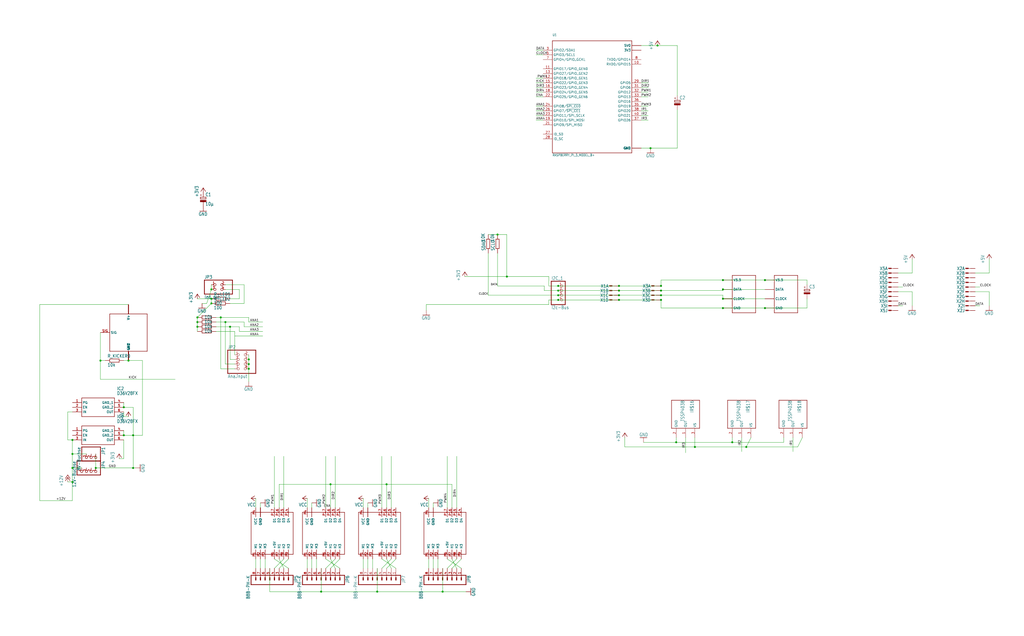
<source format=kicad_sch>
(kicad_sch (version 20230121) (generator eeschema)
  (paper "User" 556.768 346.227)
  (junction (at 67.31 236.855))
  (junction (at 107.315 177.8))
  (junction (at 353.695 80.645))
  (junction (at 205.105 321.945))
  (junction (at 367.665 240.665))
  (junction (at 377.825 243.205))
  (junction (at 72.39 254.635))
  (junction (at 359.41 158.115))
  (junction (at 39.37 254.635))
  (junction (at 114.935 165.1))
  (junction (at 275.59 150.495))
  (junction (at 405.765 243.205))
  (junction (at 393.065 167.64))
  (junction (at 52.07 254.635))
  (junction (at 415.925 167.64))
  (junction (at 336.55 158.115))
  (junction (at 398.145 240.665))
  (junction (at 120.015 172.72))
  (junction (at 359.41 163.195))
  (junction (at 210.185 263.525))
  (junction (at 415.925 152.4))
  (junction (at 336.55 155.575))
  (junction (at 393.065 157.48))
  (junction (at 393.065 162.56))
  (junction (at 336.55 160.655))
  (junction (at 69.85 196.215))
  (junction (at 393.065 152.4))
  (junction (at 39.37 239.395))
  (junction (at 39.37 247.015))
  (junction (at 107.315 175.26))
  (junction (at 359.41 160.655))
  (junction (at 114.935 157.48))
  (junction (at 67.31 221.615))
  (junction (at 135.255 200.66))
  (junction (at 240.665 321.945))
  (junction (at 270.51 127.635))
  (junction (at 135.255 198.12))
  (junction (at 125.095 177.8))
  (junction (at 72.39 236.855))
  (junction (at 114.935 162.56))
  (junction (at 122.555 175.26))
  (junction (at 357.505 24.765))
  (junction (at 135.255 195.58))
  (junction (at 303.53 155.575))
  (junction (at 336.55 163.195))
  (junction (at 303.53 163.195))
  (junction (at 54.61 196.215))
  (junction (at 303.53 160.655))
  (junction (at 107.315 172.72))
  (junction (at 303.53 158.115))
  (junction (at 174.625 321.945))
  (junction (at 359.41 155.575))
  (junction (at 179.705 263.525))
  (junction (at 39.37 262.255))
  (wire (pts (xy 46.99 247.015) (xy 39.37 247.015)) (stroke (width 0.1524)))
  (wire (pts (xy 357.505 24.765) (xy 368.3 24.765)) (stroke (width 0.1524)))
  (wire (pts (xy 367.665 238.125) (xy 367.665 240.665)) (stroke (width 0.1524)))
  (wire (pts (xy 377.825 243.205) (xy 405.765 243.205)) (stroke (width 0.1524)))
  (wire (pts (xy 141.605 276.225) (xy 141.605 273.685)) (stroke (width 0.1524)))
  (wire (pts (xy 64.77 249.555) (xy 67.31 249.555)) (stroke (width 0.1524)))
  (wire (pts (xy 36.83 239.395) (xy 36.83 224.155)) (stroke (width 0.1524)))
  (wire (pts (xy 295.91 158.115) (xy 303.53 158.115)) (stroke (width 0.1524)))
  (wire (pts (xy 348.615 52.705) (xy 352.425 52.705)) (stroke (width 0.1524)))
  (wire (pts (xy 377.825 243.205) (xy 377.825 238.125)) (stroke (width 0.1524)))
  (wire (pts (xy 243.205 304.165) (xy 250.825 309.245)) (stroke (width 0.1524)))
  (wire (pts (xy 67.31 234.315) (xy 67.31 236.855)) (stroke (width 0.1524)))
  (wire (pts (xy 72.39 254.635) (xy 72.39 236.855)) (stroke (width 0.1524)))
  (wire (pts (xy 252.73 150.495) (xy 275.59 150.495)) (stroke (width 0.1524)))
  (wire (pts (xy 122.555 198.12) (xy 122.555 175.26)) (stroke (width 0.1524)))
  (wire (pts (xy 54.61 206.375) (xy 95.25 206.375)) (stroke (width 0.1524)))
  (wire (pts (xy 67.31 196.215) (xy 69.85 196.215)) (stroke (width 0.1524)))
  (wire (pts (xy 438.785 167.64) (xy 438.785 162.56)) (stroke (width 0.1524)))
  (wire (pts (xy 67.31 236.855) (xy 72.39 236.855)) (stroke (width 0.1524)))
  (wire (pts (xy 359.41 160.655) (xy 393.065 160.655)) (stroke (width 0.1524)))
  (wire (pts (xy 348.615 50.165) (xy 352.425 50.165)) (stroke (width 0.1524)))
  (wire (pts (xy 295.275 65.405) (xy 291.465 65.405)) (stroke (width 0.1524)))
  (wire (pts (xy 135.255 200.66) (xy 135.255 207.645)) (stroke (width 0.1524)))
  (wire (pts (xy 114.935 162.56) (xy 114.935 165.1)) (stroke (width 0.1524)))
  (wire (pts (xy 231.775 165.735) (xy 231.775 168.91)) (stroke (width 0.1524)))
  (wire (pts (xy 359.41 167.64) (xy 393.065 167.64)) (stroke (width 0.1524)))
  (wire (pts (xy 127.635 180.34) (xy 127.635 193.04)) (stroke (width 0.1524)))
  (wire (pts (xy 132.715 165.1) (xy 125.095 165.1)) (stroke (width 0.1524)))
  (wire (pts (xy 174.625 321.945) (xy 146.685 321.945)) (stroke (width 0.1524)))
  (wire (pts (xy 295.275 52.705) (xy 291.465 52.705)) (stroke (width 0.1524)))
  (wire (pts (xy 298.45 165.735) (xy 298.45 163.195)) (stroke (width 0.1524)))
  (wire (pts (xy 405.765 243.205) (xy 433.705 243.205)) (stroke (width 0.1524)))
  (wire (pts (xy 359.41 163.195) (xy 359.41 167.64)) (stroke (width 0.1524)))
  (wire (pts (xy 405.765 243.205) (xy 408.305 238.125)) (stroke (width 0.1524)))
  (wire (pts (xy 438.785 152.4) (xy 438.785 154.94)) (stroke (width 0.1524)))
  (wire (pts (xy 182.245 276.225) (xy 182.245 248.285)) (stroke (width 0.1524)))
  (wire (pts (xy 393.065 160.655) (xy 393.065 162.56)) (stroke (width 0.1524)))
  (wire (pts (xy 248.285 309.245) (xy 245.745 304.165)) (stroke (width 0.1524)))
  (wire (pts (xy 69.85 226.695) (xy 67.31 226.695)) (stroke (width 0.1524)))
  (wire (pts (xy 303.53 158.115) (xy 336.55 158.115)) (stroke (width 0.1524)))
  (wire (pts (xy 295.275 57.785) (xy 291.465 57.785)) (stroke (width 0.1524)))
  (wire (pts (xy 393.065 158.115) (xy 393.065 157.48)) (stroke (width 0.1524)))
  (wire (pts (xy 167.005 309.245) (xy 167.005 304.165)) (stroke (width 0.1524)))
  (wire (pts (xy 207.645 309.245) (xy 212.725 304.165)) (stroke (width 0.1524)))
  (wire (pts (xy 243.205 309.245) (xy 248.285 304.165)) (stroke (width 0.1524)))
  (wire (pts (xy 130.175 162.56) (xy 130.175 157.48)) (stroke (width 0.1524)))
  (wire (pts (xy 169.545 276.225) (xy 169.545 273.685)) (stroke (width 0.1524)))
  (wire (pts (xy 142.875 175.26) (xy 135.255 175.26)) (stroke (width 0.1524)))
  (wire (pts (xy 39.37 262.255) (xy 39.37 254.635)) (stroke (width 0.1524)))
  (wire (pts (xy 39.37 272.415) (xy 39.37 262.255)) (stroke (width 0.1524)))
  (wire (pts (xy 146.685 309.245) (xy 146.685 321.945)) (stroke (width 0.1524)))
  (wire (pts (xy 207.645 276.225) (xy 207.645 248.285)) (stroke (width 0.1524)))
  (wire (pts (xy 265.43 137.795) (xy 265.43 160.655)) (stroke (width 0.1524)))
  (wire (pts (xy 357.505 24.765) (xy 348.615 24.765)) (stroke (width 0.1524)))
  (wire (pts (xy 122.555 175.26) (xy 117.475 175.26)) (stroke (width 0.1524)))
  (wire (pts (xy 298.45 163.195) (xy 303.53 163.195)) (stroke (width 0.1524)))
  (wire (pts (xy 431.165 238.125) (xy 431.165 245.745)) (stroke (width 0.1524)))
  (wire (pts (xy 69.85 196.215) (xy 77.47 196.215)) (stroke (width 0.1524)))
  (wire (pts (xy 488.315 158.75) (xy 495.935 158.75)) (stroke (width 0.1524)))
  (wire (pts (xy 348.615 65.405) (xy 352.425 65.405)) (stroke (width 0.1524)))
  (wire (pts (xy 238.125 309.245) (xy 238.125 304.165)) (stroke (width 0.1524)))
  (wire (pts (xy 107.315 175.26) (xy 107.315 177.8)) (stroke (width 0.1524)))
  (wire (pts (xy 348.615 45.085) (xy 352.425 45.085)) (stroke (width 0.1524)))
  (wire (pts (xy 127.635 200.66) (xy 120.015 200.66)) (stroke (width 0.1524)))
  (wire (pts (xy 235.585 309.245) (xy 235.585 304.165)) (stroke (width 0.1524)))
  (wire (pts (xy 21.59 165.735) (xy 21.59 272.415)) (stroke (width 0.1524)))
  (wire (pts (xy 139.065 309.245) (xy 139.065 304.165)) (stroke (width 0.1524)))
  (wire (pts (xy 130.175 180.34) (xy 130.175 177.8)) (stroke (width 0.1524)))
  (wire (pts (xy 295.275 60.325) (xy 291.465 60.325)) (stroke (width 0.1524)))
  (wire (pts (xy 415.925 152.4) (xy 393.065 152.4)) (stroke (width 0.1524)))
  (wire (pts (xy 367.665 240.665) (xy 398.145 240.665)) (stroke (width 0.1524)))
  (wire (pts (xy 270.51 155.575) (xy 295.91 155.575)) (stroke (width 0.1524)))
  (wire (pts (xy 142.875 180.34) (xy 130.175 180.34)) (stroke (width 0.1524)))
  (wire (pts (xy 177.165 309.245) (xy 182.245 304.165)) (stroke (width 0.1524)))
  (wire (pts (xy 182.245 309.245) (xy 179.705 304.165)) (stroke (width 0.1524)))
  (wire (pts (xy 144.145 309.245) (xy 144.145 304.165)) (stroke (width 0.1524)))
  (wire (pts (xy 67.31 226.695) (xy 67.31 224.155)) (stroke (width 0.1524)))
  (wire (pts (xy 348.615 47.625) (xy 352.425 47.625)) (stroke (width 0.1524)))
  (wire (pts (xy 120.015 200.66) (xy 120.015 172.72)) (stroke (width 0.1524)))
  (wire (pts (xy 359.41 158.115) (xy 393.065 158.115)) (stroke (width 0.1524)))
  (wire (pts (xy 202.565 309.245) (xy 202.565 304.165)) (stroke (width 0.1524)))
  (wire (pts (xy 210.185 309.245) (xy 215.265 304.165)) (stroke (width 0.1524)))
  (wire (pts (xy 336.55 163.195) (xy 359.41 163.195)) (stroke (width 0.1524)))
  (wire (pts (xy 210.185 276.225) (xy 210.185 263.525)) (stroke (width 0.1524)))
  (wire (pts (xy 426.085 238.125) (xy 426.085 240.665)) (stroke (width 0.1524)))
  (wire (pts (xy 372.745 238.125) (xy 372.745 246.38)) (stroke (width 0.1524)))
  (wire (pts (xy 154.305 309.245) (xy 151.765 304.165)) (stroke (width 0.1524)))
  (wire (pts (xy 415.925 152.4) (xy 438.785 152.4)) (stroke (width 0.1524)))
  (wire (pts (xy 69.85 165.735) (xy 21.59 165.735)) (stroke (width 0.1524)))
  (wire (pts (xy 530.225 156.21) (xy 532.765 156.21)) (stroke (width 0.1524)))
  (wire (pts (xy 348.615 62.865) (xy 352.425 62.865)) (stroke (width 0.1524)))
  (wire (pts (xy 54.61 180.975) (xy 54.61 196.215)) (stroke (width 0.1524)))
  (wire (pts (xy 130.175 157.48) (xy 122.555 157.48)) (stroke (width 0.1524)))
  (wire (pts (xy 488.315 148.59) (xy 495.935 148.59)) (stroke (width 0.1524)))
  (wire (pts (xy 172.085 309.245) (xy 172.085 304.165)) (stroke (width 0.1524)))
  (wire (pts (xy 125.095 177.8) (xy 117.475 177.8)) (stroke (width 0.1524)))
  (wire (pts (xy 149.225 309.245) (xy 154.305 304.165)) (stroke (width 0.1524)))
  (wire (pts (xy 125.095 195.58) (xy 125.095 177.8)) (stroke (width 0.1524)))
  (wire (pts (xy 197.485 276.225) (xy 197.485 271.145)) (stroke (width 0.1524)))
  (wire (pts (xy 135.255 198.12) (xy 135.255 200.66)) (stroke (width 0.1524)))
  (wire (pts (xy 179.705 276.225) (xy 179.705 263.525)) (stroke (width 0.1524)))
  (wire (pts (xy 44.45 254.635) (xy 39.37 254.635)) (stroke (width 0.1524)))
  (wire (pts (xy 243.205 276.225) (xy 243.205 248.285)) (stroke (width 0.1524)))
  (wire (pts (xy 495.935 148.59) (xy 495.935 140.97)) (stroke (width 0.1524)))
  (wire (pts (xy 488.315 166.37) (xy 490.855 166.37)) (stroke (width 0.1524)))
  (wire (pts (xy 127.635 198.12) (xy 122.555 198.12)) (stroke (width 0.1524)))
  (wire (pts (xy 295.91 155.575) (xy 295.91 158.115)) (stroke (width 0.1524)))
  (wire (pts (xy 336.55 160.655) (xy 359.41 160.655)) (stroke (width 0.1524)))
  (wire (pts (xy 353.695 80.645) (xy 368.3 80.645)) (stroke (width 0.1524)))
  (wire (pts (xy 142.875 177.8) (xy 132.715 177.8)) (stroke (width 0.1524)))
  (wire (pts (xy 132.715 177.8) (xy 132.715 175.26)) (stroke (width 0.1524)))
  (wire (pts (xy 295.275 29.845) (xy 291.465 29.845)) (stroke (width 0.1524)))
  (wire (pts (xy 415.925 162.56) (xy 393.065 162.56)) (stroke (width 0.1524)))
  (wire (pts (xy 415.925 167.64) (xy 438.785 167.64)) (stroke (width 0.1524)))
  (wire (pts (xy 54.61 196.215) (xy 54.61 206.375)) (stroke (width 0.1524)))
  (wire (pts (xy 107.315 172.72) (xy 107.315 175.26)) (stroke (width 0.1524)))
  (wire (pts (xy 270.51 137.795) (xy 270.51 155.575)) (stroke (width 0.1524)))
  (wire (pts (xy 240.665 321.945) (xy 205.105 321.945)) (stroke (width 0.1524)))
  (wire (pts (xy 295.275 27.305) (xy 291.465 27.305)) (stroke (width 0.1524)))
  (wire (pts (xy 67.31 219.075) (xy 67.31 221.615)) (stroke (width 0.1524)))
  (wire (pts (xy 368.3 24.765) (xy 368.3 52.07)) (stroke (width 0.1524)))
  (wire (pts (xy 200.025 309.245) (xy 200.025 304.165)) (stroke (width 0.1524)))
  (wire (pts (xy 107.315 162.56) (xy 114.935 162.56)) (stroke (width 0.1524)))
  (wire (pts (xy 135.255 195.58) (xy 135.255 198.12)) (stroke (width 0.1524)))
  (wire (pts (xy 298.45 150.495) (xy 298.45 155.575)) (stroke (width 0.1524)))
  (wire (pts (xy 349.885 240.665) (xy 367.665 240.665)) (stroke (width 0.1524)))
  (wire (pts (xy 177.165 304.165) (xy 184.785 309.245)) (stroke (width 0.1524)))
  (wire (pts (xy 336.55 158.115) (xy 359.41 158.115)) (stroke (width 0.1524)))
  (wire (pts (xy 107.315 177.8) (xy 107.315 180.34)) (stroke (width 0.1524)))
  (wire (pts (xy 200.025 276.225) (xy 200.025 273.685)) (stroke (width 0.1524)))
  (wire (pts (xy 495.935 158.75) (xy 495.935 166.37)) (stroke (width 0.1524)))
  (wire (pts (xy 67.31 249.555) (xy 67.31 239.395)) (stroke (width 0.1524)))
  (wire (pts (xy 132.715 175.26) (xy 122.555 175.26)) (stroke (width 0.1524)))
  (wire (pts (xy 127.635 195.58) (xy 125.095 195.58)) (stroke (width 0.1524)))
  (wire (pts (xy 132.715 165.1) (xy 132.715 154.94)) (stroke (width 0.1524)))
  (wire (pts (xy 265.43 160.655) (xy 303.53 160.655)) (stroke (width 0.1524)))
  (wire (pts (xy 530.225 158.75) (xy 537.845 158.75)) (stroke (width 0.1524)))
  (wire (pts (xy 141.605 309.245) (xy 141.605 304.165)) (stroke (width 0.1524)))
  (wire (pts (xy 112.395 165.1) (xy 109.855 165.1)) (stroke (width 0.1524)))
  (wire (pts (xy 72.39 221.615) (xy 72.39 236.855)) (stroke (width 0.1524)))
  (wire (pts (xy 265.43 127.635) (xy 270.51 127.635)) (stroke (width 0.1524)))
  (wire (pts (xy 151.765 309.245) (xy 156.845 304.165)) (stroke (width 0.1524)))
  (wire (pts (xy 149.225 304.165) (xy 156.845 309.245)) (stroke (width 0.1524)))
  (wire (pts (xy 275.59 127.635) (xy 275.59 150.495)) (stroke (width 0.1524)))
  (wire (pts (xy 132.715 154.94) (xy 122.555 154.94)) (stroke (width 0.1524)))
  (wire (pts (xy 205.105 309.245) (xy 205.105 321.945)) (stroke (width 0.1524)))
  (wire (pts (xy 339.725 238.125) (xy 339.725 243.205)) (stroke (width 0.1524)))
  (wire (pts (xy 142.875 182.88) (xy 127.635 182.88)) (stroke (width 0.1524)))
  (wire (pts (xy 488.315 156.21) (xy 490.855 156.21)) (stroke (width 0.1524)))
  (wire (pts (xy 179.705 309.245) (xy 184.785 304.165)) (stroke (width 0.1524)))
  (wire (pts (xy 303.53 155.575) (xy 336.55 155.575)) (stroke (width 0.1524)))
  (wire (pts (xy 210.185 263.525) (xy 179.705 263.525)) (stroke (width 0.1524)))
  (wire (pts (xy 398.145 238.125) (xy 398.145 240.665)) (stroke (width 0.1524)))
  (wire (pts (xy 197.485 309.245) (xy 197.485 304.165)) (stroke (width 0.1524)))
  (wire (pts (xy 433.705 243.205) (xy 436.245 238.125)) (stroke (width 0.1524)))
  (wire (pts (xy 295.275 62.865) (xy 291.465 62.865)) (stroke (width 0.1524)))
  (wire (pts (xy 179.705 263.525) (xy 151.765 263.525)) (stroke (width 0.1524)))
  (wire (pts (xy 295.275 45.085) (xy 291.465 45.085)) (stroke (width 0.1524)))
  (wire (pts (xy 245.745 309.245) (xy 250.825 304.165)) (stroke (width 0.1524)))
  (wire (pts (xy 21.59 272.415) (xy 39.37 272.415)) (stroke (width 0.1524)))
  (wire (pts (xy 348.615 57.785) (xy 352.425 57.785)) (stroke (width 0.1524)))
  (wire (pts (xy 36.83 262.255) (xy 39.37 262.255)) (stroke (width 0.1524)))
  (wire (pts (xy 303.53 163.195) (xy 336.55 163.195)) (stroke (width 0.1524)))
  (wire (pts (xy 275.59 150.495) (xy 298.45 150.495)) (stroke (width 0.1524)))
  (wire (pts (xy 415.925 167.64) (xy 393.065 167.64)) (stroke (width 0.1524)))
  (wire (pts (xy 57.15 196.215) (xy 54.61 196.215)) (stroke (width 0.1524)))
  (wire (pts (xy 114.935 157.48) (xy 112.395 165.1)) (stroke (width 0.1524)))
  (wire (pts (xy 248.285 276.225) (xy 248.285 248.285)) (stroke (width 0.1524)))
  (wire (pts (xy 233.045 276.225) (xy 233.045 271.145)) (stroke (width 0.1524)))
  (wire (pts (xy 235.585 276.225) (xy 235.585 273.685)) (stroke (width 0.1524)))
  (wire (pts (xy 298.45 165.735) (xy 231.775 165.735)) (stroke (width 0.1524)))
  (wire (pts (xy 52.07 247.015) (xy 52.07 254.635)) (stroke (width 0.1524)))
  (wire (pts (xy 72.39 236.855) (xy 77.47 236.855)) (stroke (width 0.1524)))
  (wire (pts (xy 151.765 263.525) (xy 151.765 276.225)) (stroke (width 0.1524)))
  (wire (pts (xy 127.635 180.34) (xy 117.475 180.34)) (stroke (width 0.1524)))
  (wire (pts (xy 114.935 157.48) (xy 114.935 154.94)) (stroke (width 0.1524)))
  (wire (pts (xy 537.845 158.75) (xy 537.845 166.37)) (stroke (width 0.1524)))
  (wire (pts (xy 530.225 148.59) (xy 537.845 148.59)) (stroke (width 0.1524)))
  (wire (pts (xy 359.41 152.4) (xy 393.065 152.4)) (stroke (width 0.1524)))
  (wire (pts (xy 339.725 243.205) (xy 377.825 243.205)) (stroke (width 0.1524)))
  (wire (pts (xy 177.165 276.225) (xy 177.165 248.285)) (stroke (width 0.1524)))
  (wire (pts (xy 233.045 309.245) (xy 233.045 304.165)) (stroke (width 0.1524)))
  (wire (pts (xy 36.83 224.155) (xy 39.37 224.155)) (stroke (width 0.1524)))
  (wire (pts (xy 298.45 155.575) (xy 303.53 155.575)) (stroke (width 0.1524)))
  (wire (pts (xy 303.53 160.655) (xy 336.55 160.655)) (stroke (width 0.1524)))
  (wire (pts (xy 245.745 276.225) (xy 245.745 263.525)) (stroke (width 0.1524)))
  (wire (pts (xy 77.47 196.215) (xy 77.47 236.855)) (stroke (width 0.1524)))
  (wire (pts (xy 398.145 240.665) (xy 426.085 240.665)) (stroke (width 0.1524)))
  (wire (pts (xy 530.225 166.37) (xy 532.765 166.37)) (stroke (width 0.1524)))
  (wire (pts (xy 207.645 304.165) (xy 215.265 309.245)) (stroke (width 0.1524)))
  (wire (pts (xy 154.305 276.225) (xy 154.305 248.285)) (stroke (width 0.1524)))
  (wire (pts (xy 130.175 177.8) (xy 125.095 177.8)) (stroke (width 0.1524)))
  (wire (pts (xy 73.66 254.635) (xy 72.39 254.635)) (stroke (width 0.1524)))
  (wire (pts (xy 39.37 254.635) (xy 39.37 247.015)) (stroke (width 0.1524)))
  (wire (pts (xy 114.935 165.1) (xy 107.315 172.72)) (stroke (width 0.1524)))
  (wire (pts (xy 169.545 309.245) (xy 169.545 304.165)) (stroke (width 0.1524)))
  (wire (pts (xy 149.225 276.225) (xy 149.225 248.285)) (stroke (width 0.1524)))
  (wire (pts (xy 348.615 60.325) (xy 352.425 60.325)) (stroke (width 0.1524)))
  (wire (pts (xy 240.665 309.245) (xy 240.665 321.945)) (stroke (width 0.1524)))
  (wire (pts (xy 353.695 80.645) (xy 348.615 80.645)) (stroke (width 0.1524)))
  (wire (pts (xy 245.745 263.525) (xy 210.185 263.525)) (stroke (width 0.1524)))
  (wire (pts (xy 295.275 47.625) (xy 291.465 47.625)) (stroke (width 0.1524)))
  (wire (pts (xy 359.41 155.575) (xy 359.41 152.4)) (stroke (width 0.1524)))
  (wire (pts (xy 212.725 309.245) (xy 210.185 304.165)) (stroke (width 0.1524)))
  (wire (pts (xy 174.625 309.245) (xy 174.625 321.945)) (stroke (width 0.1524)))
  (wire (pts (xy 120.015 172.72) (xy 117.475 172.72)) (stroke (width 0.1524)))
  (wire (pts (xy 205.105 321.945) (xy 174.625 321.945)) (stroke (width 0.1524)))
  (wire (pts (xy 125.095 162.56) (xy 130.175 162.56)) (stroke (width 0.1524)))
  (wire (pts (xy 67.31 221.615) (xy 72.39 221.615)) (stroke (width 0.1524)))
  (wire (pts (xy 39.37 239.395) (xy 36.83 239.395)) (stroke (width 0.1524)))
  (wire (pts (xy 135.255 172.72) (xy 120.015 172.72)) (stroke (width 0.1524)))
  (wire (pts (xy 415.925 157.48) (xy 393.065 157.48)) (stroke (width 0.1524)))
  (wire (pts (xy 336.55 155.575) (xy 359.41 155.575)) (stroke (width 0.1524)))
  (wire (pts (xy 139.065 276.225) (xy 139.065 271.145)) (stroke (width 0.1524)))
  (wire (pts (xy 270.51 127.635) (xy 275.59 127.635)) (stroke (width 0.1524)))
  (wire (pts (xy 52.07 254.635) (xy 72.39 254.635)) (stroke (width 0.1524)))
  (wire (pts (xy 295.275 42.545) (xy 291.465 42.545)) (stroke (width 0.1524)))
  (wire (pts (xy 212.725 276.225) (xy 212.725 248.285)) (stroke (width 0.1524)))
  (wire (pts (xy 135.255 175.26) (xy 135.255 172.72)) (stroke (width 0.1524)))
  (wire (pts (xy 403.225 238.125) (xy 403.225 245.745)) (stroke (width 0.1524)))
  (wire (pts (xy 368.3 80.645) (xy 368.3 59.69)) (stroke (width 0.1524)))
  (wire (pts (xy 39.37 247.015) (xy 39.37 239.395)) (stroke (width 0.1524)))
  (wire (pts (xy 253.365 321.945) (xy 240.665 321.945)) (stroke (width 0.1524)))
  (wire (pts (xy 167.005 276.225) (xy 167.005 271.145)) (stroke (width 0.1524)))
  (wire (pts (xy 295.275 50.165) (xy 291.465 50.165)) (stroke (width 0.1524)))
  (wire (pts (xy 135.255 193.04) (xy 135.255 195.58)) (stroke (width 0.1524)))
  (wire (pts (xy 537.845 148.59) (xy 537.845 140.97)) (stroke (width 0.1524)))
  (label "DATA" (at 530.225 166.37 0) (effects (font (size 1.2446 1.2446))))
  (label "DATA" (at 270.51 155.575 180) (effects (font (size 1.016 1.016))))
  (label "ANA3" (at 135.89 180.34 0) (effects (font (size 1.2446 1.2446))))
  (label "PWM4" (at 292.1 42.545 0) (effects (font (size 1.2446 1.2446))))
  (label "IR1" (at 348.615 60.325 0) (effects (font (size 1.2446 1.2446))))
  (label "IR1" (at 431.165 242.57 90) (effects (font (size 1.2446 1.2446))))
  (label "CLOCK" (at 532.765 156.21 0) (effects (font (size 1.2446 1.2446))))
  (label "DATA" (at 291.465 27.305 0) (effects (font (size 1.2446 1.2446))))
  (label "CLOCK" (at 490.855 156.21 0) (effects (font (size 1.2446 1.2446))))
  (label "DIR1" (at 154.305 267.97 270) (effects (font (size 1.2446 1.2446))))
  (label "ANA2" (at 291.465 60.325 0) (effects (font (size 1.2446 1.2446))))
  (label "+12V" (at 30.48 272.415 0) (effects (font (size 1.2446 1.2446))))
  (label "PWM2" (at 348.615 52.705 0) (effects (font (size 1.2446 1.2446))))
  (label "ANA4" (at 135.89 182.88 0) (effects (font (size 1.2446 1.2446))))
  (label "KICK" (at 291.465 45.085 0) (effects (font (size 1.2446 1.2446))))
  (label "DIR2" (at 348.615 47.625 0) (effects (font (size 1.2446 1.2446))))
  (label "IR3" (at 372.745 243.84 90) (effects (font (size 1.2446 1.2446))))
  (label "PWM4" (at 243.205 273.685 90) (effects (font (size 1.2446 1.2446))))
  (label "DIR2" (at 182.245 267.335 270) (effects (font (size 1.2446 1.2446))))
  (label "ANA1" (at 135.89 175.26 0) (effects (font (size 1.2446 1.2446))))
  (label "KICK" (at 69.85 206.375 0) (effects (font (size 1.2446 1.2446))))
  (label "DIR3" (at 212.725 267.335 270) (effects (font (size 1.2446 1.2446))))
  (label "ANA2" (at 135.89 177.8 0) (effects (font (size 1.2446 1.2446))))
  (label "PWM3" (at 348.615 57.785 0) (effects (font (size 1.2446 1.2446))))
  (label "IR2" (at 403.225 242.57 90) (effects (font (size 1.2446 1.2446))))
  (label "ENA" (at 291.465 52.705 0) (effects (font (size 1.2446 1.2446))))
  (label "ANA1" (at 291.465 57.785 0) (effects (font (size 1.2446 1.2446))))
  (label "PWM1" (at 348.615 50.165 0) (effects (font (size 1.2446 1.2446))))
  (label "GND" (at 59.055 254.635 0) (effects (font (size 1.2446 1.2446))))
  (label "DATA" (at 488.315 166.37 0) (effects (font (size 1.2446 1.2446))))
  (label "DIR1" (at 348.615 45.085 0) (effects (font (size 1.2446 1.2446))))
  (label "ANA3" (at 291.465 62.865 0) (effects (font (size 1.2446 1.2446))))
  (label "CLOCK" (at 291.465 29.845 0) (effects (font (size 1.2446 1.2446))))
  (label "DIR3" (at 291.465 47.625 0) (effects (font (size 1.2446 1.2446))))
  (label "IR2" (at 348.615 62.865 0) (effects (font (size 1.2446 1.2446))))
  (label "PWM2" (at 177.165 274.32 90) (effects (font (size 1.2446 1.2446))))
  (label "ENA" (at 179.705 276.225 180) (effects (font (size 1.2446 1.2446))))
  (label "PWM3" (at 207.645 274.32 90) (effects (font (size 1.2446 1.2446))))
  (label "CLOCK" (at 265.43 160.655 180) (effects (font (size 1.016 1.016))))
  (label "PWM1" (at 149.225 274.32 90) (effects (font (size 1.2446 1.2446))))
  (label "DIR4" (at 291.465 50.165 0) (effects (font (size 1.2446 1.2446))))
  (label "DIR4" (at 248.285 266.065 270) (effects (font (size 1.2446 1.2446))))
  (label "IR3" (at 348.615 65.405 0) (effects (font (size 1.2446 1.2446))))
  (label "ANA4" (at 291.465 65.405 0) (effects (font (size 1.2446 1.2446))))
  (symbol (lib_id "main_backupboard-eagle-import:supply1_GND") (at 144.145 273.685 90) (unit 1)
    (property "Reference" "#GND9" (effects hide))
    (property "Value" "GND" (at 146.685 276.225 0) (effects (font (size 1.778 1.5113)) (justify left bottom)))
  )
  (symbol (lib_id "main_backupboard-eagle-import:MICROMATCH-10") (at 483.235 156.21 0) (unit 5)
    (property "Reference" "X5" (at 482.727 155.321 0) (effects (font (size 1.778 1.5113)) (justify right top)))
    (property "Value" "MICROMATCH-10" (effects hide))
    (property "Footprint" "main_backupboard:MICROMATCH-10" (effects hide))
  )
  (symbol (lib_id "main_backupboard-eagle-import:supply1_+3V3") (at 64.77 247.015 0) (unit 1)
    (property "Reference" "#+3V3" (effects hide))
    (property "Value" "+3V3" (at 62.23 252.095 90) (effects (font (size 1.778 1.5113)) (justify left bottom)))
  )
  (symbol (lib_id "main_backupboard-eagle-import:24/2") (at 205.105 291.465 90) (unit 1)
    (property "Reference" "U$1" (effects hide))
    (property "Value" "24/2" (effects hide))
    (property "Footprint" "main_backupboard:24_2" (effects hide))
  )
  (symbol (lib_id "main_backupboard-eagle-import:supply1_+3V3") (at 110.49 102.235 0) (unit 1)
    (property "Reference" "#+3V1" (effects hide))
    (property "Value" "+3V3" (at 107.95 107.315 90) (effects (font (size 1.778 1.5113)) (justify left bottom)))
  )
  (symbol (lib_id "main_backupboard-eagle-import:MICROMATCH-10") (at 525.145 163.83 0) (unit 8)
    (property "Reference" "X2" (at 524.637 162.941 0) (effects (font (size 1.778 1.5113)) (justify right top)))
    (property "Value" "MICROMATCH-10" (effects hide))
    (property "Footprint" "main_backupboard:MICROMATCH-10" (effects hide))
  )
  (symbol (lib_id "main_backupboard-eagle-import:MICROMATCH-10") (at 483.235 166.37 0) (unit 9)
    (property "Reference" "X5" (at 482.727 165.481 0) (effects (font (size 1.778 1.5113)) (justify right top)))
    (property "Value" "MICROMATCH-10" (effects hide))
    (property "Footprint" "main_backupboard:MICROMATCH-10" (effects hide))
  )
  (symbol (lib_id "main_backupboard-eagle-import:CPOL-EUE2-5") (at 368.3 54.61 0) (unit 1)
    (property "Reference" "C2" (at 369.443 54.1274 0) (effects (font (size 1.778 1.5113)) (justify left bottom)))
    (property "Value" "CPOL-EUE2-5" (effects hide))
    (property "Footprint" "main_backupboard:E2-5" (effects hide))
  )
  (symbol (lib_id "main_backupboard-eagle-import:R-EU_0207/10") (at 62.23 196.215 0) (unit 1)
    (property "Reference" "R_KICKER0" (at 58.42 194.7164 0) (effects (font (size 1.778 1.5113)) (justify left bottom)))
    (property "Value" "10k" (at 58.42 199.517 0) (effects (font (size 1.778 1.5113)) (justify left bottom)))
    (property "Footprint" "main_backupboard:0207_10" (effects hide))
  )
  (symbol (lib_id "main_backupboard-eagle-import:B8B-PH-K") (at 146.685 314.325 270) (unit 1)
    (property "Reference" "JP5" (at 160.02 313.055 0) (effects (font (size 1.778 1.5113)) (justify left bottom)))
    (property "Value" "B8B-PH-K" (at 133.985 313.055 0) (effects (font (size 1.778 1.5113)) (justify left bottom)))
    (property "Footprint" "main_backupboard:B8B-PH-K" (effects hide))
  )
  (symbol (lib_id "main_backupboard-eagle-import:TSSP4038") (at 372.745 225.425 270) (unit 1)
    (property "Reference" "IR$16" (at 375.285 217.805 0) (effects (font (size 1.778 1.5113)) (justify left bottom)))
    (property "Value" "TSSP4038" (at 370.205 217.805 0) (effects (font (size 1.778 1.5113)) (justify left bottom)))
    (property "Footprint" "main_backupboard:XDCR_TSSP4038" (effects hide))
  )
  (symbol (lib_id "main_backupboard-eagle-import:CPOL-EUE2-5") (at 438.785 157.48 0) (unit 1)
    (property "Reference" "C3" (at 439.928 156.9974 0) (effects (font (size 1.778 1.5113)) (justify left bottom)))
    (property "Value" "CPOL-EUE2-5" (effects hide))
    (property "Footprint" "main_backupboard:E2-5" (effects hide))
  )
  (symbol (lib_id "main_backupboard-eagle-import:supply1_+3V3") (at 107.315 160.02 0) (unit 1)
    (property "Reference" "#+3V4" (effects hide))
    (property "Value" "+3V3" (at 104.775 165.1 90) (effects (font (size 1.778 1.5113)) (justify left bottom)))
  )
  (symbol (lib_id "main_backupboard-eagle-import:supply1_GND") (at 353.695 83.185 0) (unit 1)
    (property "Reference" "#GND11" (effects hide))
    (property "Value" "GND" (at 351.155 85.725 0) (effects (font (size 1.778 1.5113)) (justify left bottom)))
  )
  (symbol (lib_id "main_backupboard-eagle-import:MICROMATCH-10") (at 525.145 146.05 0) (unit 1)
    (property "Reference" "X2" (at 524.637 145.161 0) (effects (font (size 1.778 1.5113)) (justify right top)))
    (property "Value" "MICROMATCH-10" (effects hide))
    (property "Footprint" "main_backupboard:MICROMATCH-10" (effects hide))
  )
  (symbol (lib_id "main_backupboard-eagle-import:MICROMATCH-4") (at 331.47 163.195 0) (unit 4)
    (property "Reference" "X1" (at 330.962 162.306 0) (effects (font (size 1.778 1.5113)) (justify right top)))
    (property "Value" "MICROMATCH-4" (effects hide))
    (property "Footprint" "main_backupboard:MICROMATCH-4" (effects hide))
  )
  (symbol (lib_id "main_backupboard-eagle-import:TASTER_LED") (at 426.085 160.02 0) (unit 1)
    (property "Reference" "U$9" (effects hide))
    (property "Value" "TASTER_LED" (effects hide))
    (property "Footprint" "main_backupboard:TASTER_LED" (effects hide))
  )
  (symbol (lib_id "main_backupboard-eagle-import:MICROMATCH-10") (at 525.145 153.67 0) (unit 4)
    (property "Reference" "X2" (at 524.637 152.781 0) (effects (font (size 1.778 1.5113)) (justify right top)))
    (property "Value" "MICROMATCH-10" (effects hide))
    (property "Footprint" "main_backupboard:MICROMATCH-10" (effects hide))
  )
  (symbol (lib_id "main_backupboard-eagle-import:supply1_GND") (at 172.085 273.685 90) (unit 1)
    (property "Reference" "#GND7" (effects hide))
    (property "Value" "GND" (at 174.625 276.225 0) (effects (font (size 1.778 1.5113)) (justify left bottom)))
  )
  (symbol (lib_id "main_backupboard-eagle-import:supply1_+3V3") (at 339.725 235.585 0) (unit 1)
    (property "Reference" "#+3V8" (effects hide))
    (property "Value" "+3V3" (at 337.185 240.665 90) (effects (font (size 1.778 1.5113)) (justify left bottom)))
  )
  (symbol (lib_id "main_backupboard-eagle-import:MICROMATCH-10") (at 483.235 168.91 0) (unit 10)
    (property "Reference" "X5" (at 482.727 168.021 0) (effects (font (size 1.778 1.5113)) (justify right top)))
    (property "Value" "MICROMATCH-10" (effects hide))
    (property "Footprint" "main_backupboard:MICROMATCH-10" (effects hide))
  )
  (symbol (lib_id "main_backupboard-eagle-import:MICROMATCH-10") (at 525.145 158.75 0) (unit 6)
    (property "Reference" "X2" (at 524.637 157.861 0) (effects (font (size 1.778 1.5113)) (justify right top)))
    (property "Value" "MICROMATCH-10" (effects hide))
    (property "Footprint" "main_backupboard:MICROMATCH-10" (effects hide))
  )
  (symbol (lib_id "main_backupboard-eagle-import:PINHD-1X3") (at 49.53 249.555 270) (unit 1)
    (property "Reference" "JP1" (at 55.245 243.205 0) (effects (font (size 1.778 1.5113)) (justify left bottom)))
    (property "Value" "8V-Buchse" (at 41.91 243.205 0) (effects (font (size 1.778 1.5113)) (justify left bottom)))
    (property "Footprint" "main_backupboard:1X03" (effects hide))
  )
  (symbol (lib_id "main_backupboard-eagle-import:+5V") (at 357.505 22.225 0) (unit 1)
    (property "Reference" "#P+9" (effects hide))
    (property "Value" "+5V" (at 354.965 27.305 90) (effects (font (size 1.778 1.5113)) (justify left bottom)))
  )
  (symbol (lib_id "main_backupboard-eagle-import:B8B-PH-K") (at 240.665 314.325 270) (unit 1)
    (property "Reference" "JP8" (at 254 313.055 0) (effects (font (size 1.778 1.5113)) (justify left bottom)))
    (property "Value" "B8B-PH-K" (at 227.965 313.055 0) (effects (font (size 1.778 1.5113)) (justify left bottom)))
    (property "Footprint" "main_backupboard:B8B-PH-K" (effects hide))
  )
  (symbol (lib_id "main_backupboard-eagle-import:MICROMATCH-4") (at 354.33 155.575 0) (unit 1)
    (property "Reference" "X3" (at 353.822 154.686 0) (effects (font (size 1.778 1.5113)) (justify right top)))
    (property "Value" "MICROMATCH-4" (effects hide))
    (property "Footprint" "main_backupboard:MICROMATCH-4" (effects hide))
  )
  (symbol (lib_id "main_backupboard-eagle-import:MICROMATCH-4") (at 354.33 160.655 0) (unit 3)
    (property "Reference" "X3" (at 353.822 159.766 0) (effects (font (size 1.778 1.5113)) (justify right top)))
    (property "Value" "MICROMATCH-4" (effects hide))
    (property "Footprint" "main_backupboard:MICROMATCH-4" (effects hide))
  )
  (symbol (lib_id "main_backupboard-eagle-import:MICROMATCH-10") (at 525.145 161.29 0) (unit 7)
    (property "Reference" "X2" (at 524.637 160.401 0) (effects (font (size 1.778 1.5113)) (justify right top)))
    (property "Value" "MICROMATCH-10" (effects hide))
    (property "Footprint" "main_backupboard:MICROMATCH-10" (effects hide))
  )
  (symbol (lib_id "main_backupboard-eagle-import:MICROMATCH-10") (at 483.235 163.83 0) (unit 8)
    (property "Reference" "X5" (at 482.727 162.941 0) (effects (font (size 1.778 1.5113)) (justify right top)))
    (property "Value" "MICROMATCH-10" (effects hide))
    (property "Footprint" "main_backupboard:MICROMATCH-10" (effects hide))
  )
  (symbol (lib_id "main_backupboard-eagle-import:D36V28FX") (at 39.37 219.075 0) (unit 1)
    (property "Reference" "IC2" (at 63.5 211.455 0) (effects (font (size 1.778 1.5113)) (justify left)))
    (property "Value" "D36V28FX" (at 63.5 213.995 0) (effects (font (size 1.778 1.5113)) (justify left)))
    (property "Footprint" "main_backupboard:D36V28FX" (effects hide))
  )
  (symbol (lib_id "main_backupboard-eagle-import:R-EU_0207/10") (at 112.395 180.34 0) (unit 1)
    (property "Reference" "R_AD14" (effects hide))
    (property "Value" "10k" (at 111.125 181.102 0) (effects (font (size 1.778 1.5113)) (justify left bottom)))
    (property "Footprint" "main_backupboard:0207_10" (effects hide))
  )
  (symbol (lib_id "main_backupboard-eagle-import:R-EU_0207/10") (at 270.51 132.715 90) (unit 1)
    (property "Reference" "SCL0" (at 269.0114 136.525 0) (effects (font (size 1.778 1.5113)) (justify left bottom)))
    (property "Value" "10k" (at 268.732 131.445 0) (effects (font (size 1.778 1.5113)) (justify left bottom)))
    (property "Footprint" "main_backupboard:0207_10" (effects hide))
  )
  (symbol (lib_id "main_backupboard-eagle-import:MICROMATCH-10") (at 483.235 146.05 0) (unit 1)
    (property "Reference" "X5" (at 482.727 145.161 0) (effects (font (size 1.778 1.5113)) (justify right top)))
    (property "Value" "MICROMATCH-10" (effects hide))
    (property "Footprint" "main_backupboard:MICROMATCH-10" (effects hide))
  )
  (symbol (lib_id "main_backupboard-eagle-import:VCC") (at 164.465 271.145 90) (unit 1)
    (property "Reference" "#P+6" (effects hide))
    (property "Value" "VCC" (at 167.005 273.685 90) (effects (font (size 1.778 1.5113)) (justify left bottom)))
  )
  (symbol (lib_id "main_backupboard-eagle-import:MICROMATCH-10") (at 525.145 148.59 0) (unit 2)
    (property "Reference" "X2" (at 524.637 147.701 0) (effects (font (size 1.778 1.5113)) (justify right top)))
    (property "Value" "MICROMATCH-10" (effects hide))
    (property "Footprint" "main_backupboard:MICROMATCH-10" (effects hide))
  )
  (symbol (lib_id "main_backupboard-eagle-import:supply1_GND") (at 109.855 167.64 0) (unit 1)
    (property "Reference" "#GND5" (effects hide))
    (property "Value" "GND" (at 107.315 170.18 0) (effects (font (size 1.778 1.5113)) (justify left bottom)))
  )
  (symbol (lib_id "main_backupboard-eagle-import:MICROMATCH-10") (at 525.145 151.13 0) (unit 3)
    (property "Reference" "X2" (at 524.637 150.241 0) (effects (font (size 1.778 1.5113)) (justify right top)))
    (property "Value" "MICROMATCH-10" (effects hide))
    (property "Footprint" "main_backupboard:MICROMATCH-10" (effects hide))
  )
  (symbol (lib_id "main_backupboard-eagle-import:supply1_GND") (at 255.905 321.945 90) (unit 1)
    (property "Reference" "#GND10" (effects hide))
    (property "Value" "GND" (at 258.445 324.485 0) (effects (font (size 1.778 1.5113)) (justify left bottom)))
  )
  (symbol (lib_id "main_backupboard-eagle-import:MICROMATCH-4") (at 331.47 155.575 0) (unit 1)
    (property "Reference" "X1" (at 330.962 154.686 0) (effects (font (size 1.778 1.5113)) (justify right top)))
    (property "Value" "MICROMATCH-4" (effects hide))
    (property "Footprint" "main_backupboard:MICROMATCH-4" (effects hide))
  )
  (symbol (lib_id "main_backupboard-eagle-import:PINHD-2X4") (at 130.175 198.12 0) (unit 1)
    (property "Reference" "JP2" (at 123.825 189.865 0) (effects (font (size 1.778 1.5113)) (justify left bottom)))
    (property "Value" "Ana.input" (at 123.825 205.74 0) (effects (font (size 1.778 1.5113)) (justify left bottom)))
    (property "Footprint" "main_backupboard:2X04" (effects hide))
  )
  (symbol (lib_id "main_backupboard-eagle-import:MICROMATCH-4") (at 354.33 158.115 0) (unit 2)
    (property "Reference" "X3" (at 353.822 157.226 0) (effects (font (size 1.778 1.5113)) (justify right top)))
    (property "Value" "MICROMATCH-4" (effects hide))
    (property "Footprint" "main_backupboard:MICROMATCH-4" (effects hide))
  )
  (symbol (lib_id "main_backupboard-eagle-import:MICROMATCH-10") (at 483.235 161.29 0) (unit 7)
    (property "Reference" "X5" (at 482.727 160.401 0) (effects (font (size 1.778 1.5113)) (justify right top)))
    (property "Value" "MICROMATCH-10" (effects hide))
    (property "Footprint" "main_backupboard:MICROMATCH-10" (effects hide))
  )
  (symbol (lib_id "main_backupboard-eagle-import:D36V28FX") (at 39.37 234.315 0) (unit 1)
    (property "Reference" "IC1" (at 63.5 226.695 0) (effects (font (size 1.778 1.5113)) (justify left)))
    (property "Value" "D36V28FX" (at 63.5 229.235 0) (effects (font (size 1.778 1.5113)) (justify left)))
    (property "Footprint" "main_backupboard:D36V28FX" (effects hide))
  )
  (symbol (lib_id "main_backupboard-eagle-import:supply1_GND") (at 110.49 114.935 0) (unit 1)
    (property "Reference" "#GND2" (effects hide))
    (property "Value" "GND" (at 107.95 117.475 0) (effects (font (size 1.778 1.5113)) (justify left bottom)))
  )
  (symbol (lib_id "main_backupboard-eagle-import:supply1_GND") (at 238.125 273.685 90) (unit 1)
    (property "Reference" "#GND6" (effects hide))
    (property "Value" "GND" (at 240.665 276.225 0) (effects (font (size 1.778 1.5113)) (justify left bottom)))
  )
  (symbol (lib_id "main_backupboard-eagle-import:R-EU_0207/10") (at 265.43 132.715 90) (unit 1)
    (property "Reference" "SDA0" (at 263.9314 136.525 0) (effects (font (size 1.778 1.5113)) (justify left bottom)))
    (property "Value" "10K" (at 263.652 131.445 0) (effects (font (size 1.778 1.5113)) (justify left bottom)))
    (property "Footprint" "main_backupboard:0207_10" (effects hide))
  )
  (symbol (lib_id "main_backupboard-eagle-import:TSSP4038") (at 403.225 225.425 270) (unit 1)
    (property "Reference" "IR$17" (at 405.765 217.805 0) (effects (font (size 1.778 1.5113)) (justify left bottom)))
    (property "Value" "TSSP4038" (at 400.685 217.805 0) (effects (font (size 1.778 1.5113)) (justify left bottom)))
    (property "Footprint" "main_backupboard:XDCR_TSSP4038" (effects hide))
  )
  (symbol (lib_id "main_backupboard-eagle-import:MICROMATCH-10") (at 483.235 151.13 0) (unit 3)
    (property "Reference" "X5" (at 482.727 150.241 0) (effects (font (size 1.778 1.5113)) (justify right top)))
    (property "Value" "MICROMATCH-10" (effects hide))
    (property "Footprint" "main_backupboard:MICROMATCH-10" (effects hide))
  )
  (symbol (lib_id "main_backupboard-eagle-import:MICROMATCH-10") (at 483.235 148.59 0) (unit 2)
    (property "Reference" "X5" (at 482.727 147.701 0) (effects (font (size 1.778 1.5113)) (justify right top)))
    (property "Value" "MICROMATCH-10" (effects hide))
    (property "Footprint" "main_backupboard:MICROMATCH-10" (effects hide))
  )
  (symbol (lib_id "main_backupboard-eagle-import:R-EU_0207/10") (at 112.395 177.8 0) (unit 1)
    (property "Reference" "R_AD27" (effects hide))
    (property "Value" "10k" (at 111.125 178.562 0) (effects (font (size 1.778 1.5113)) (justify left bottom)))
    (property "Footprint" "main_backupboard:0207_10" (effects hide))
  )
  (symbol (lib_id "main_backupboard-eagle-import:MICROMATCH-4") (at 331.47 158.115 0) (unit 2)
    (property "Reference" "X1" (at 330.962 157.226 0) (effects (font (size 1.778 1.5113)) (justify right top)))
    (property "Value" "MICROMATCH-4" (effects hide))
    (property "Footprint" "main_backupboard:MICROMATCH-4" (effects hide))
  )
  (symbol (lib_id "main_backupboard-eagle-import:24/2") (at 146.685 291.465 90) (unit 1)
    (property "Reference" "U$4" (effects hide))
    (property "Value" "24/2" (effects hide))
    (property "Footprint" "main_backupboard:24_2" (effects hide))
  )
  (symbol (lib_id "main_backupboard-eagle-import:PINHD-1X4") (at 46.99 257.175 270) (unit 1)
    (property "Reference" "JP4" (at 55.245 250.825 0) (effects (font (size 1.778 1.5113)) (justify left bottom)))
    (property "Value" "12V-Buchse" (at 39.37 250.825 0) (effects (font (size 1.778 1.5113)) (justify left bottom)))
    (property "Footprint" "main_backupboard:1X04" (effects hide))
  )
  (symbol (lib_id "main_backupboard-eagle-import:R-EU_0207/10") (at 120.015 165.1 0) (unit 1)
    (property "Reference" "R-LED2" (at 116.205 163.6014 0) (effects (font (size 1.778 1.5113)) (justify left bottom)))
    (property "Value" "100" (at 116.205 168.402 0) (effects (font (size 1.778 1.5113)) (justify left bottom)))
    (property "Footprint" "main_backupboard:0207_10" (effects hide))
  )
  (symbol (lib_id "main_backupboard-eagle-import:MICROMATCH-4") (at 331.47 160.655 0) (unit 3)
    (property "Reference" "X1" (at 330.962 159.766 0) (effects (font (size 1.778 1.5113)) (justify right top)))
    (property "Value" "MICROMATCH-4" (effects hide))
    (property "Footprint" "main_backupboard:MICROMATCH-4" (effects hide))
  )
  (symbol (lib_id "main_backupboard-eagle-import:+12V") (at 36.83 259.715 0) (unit 1)
    (property "Reference" "#P+2" (effects hide))
    (property "Value" "+12V" (at 34.29 264.795 90) (effects (font (size 1.778 1.5113)) (justify left bottom)))
  )
  (symbol (lib_id "main_backupboard-eagle-import:supply1_GND") (at 495.935 168.91 0) (unit 1)
    (property "Reference" "#GND4" (effects hide))
    (property "Value" "GND" (at 493.395 171.45 0) (effects (font (size 1.778 1.5113)) (justify left bottom)))
  )
  (symbol (lib_id "main_backupboard-eagle-import:B8B-PH-K") (at 205.105 314.325 270) (unit 1)
    (property "Reference" "JP7" (at 218.44 313.055 0) (effects (font (size 1.778 1.5113)) (justify left bottom)))
    (property "Value" "B8B-PH-K" (at 192.405 313.055 0) (effects (font (size 1.778 1.5113)) (justify left bottom)))
    (property "Footprint" "main_backupboard:B8B-PH-K" (effects hide))
  )
  (symbol (lib_id "main_backupboard-eagle-import:+5V") (at 537.845 138.43 0) (unit 1)
    (property "Reference" "#P+7" (effects hide))
    (property "Value" "+5V" (at 535.305 143.51 90) (effects (font (size 1.778 1.5113)) (justify left bottom)))
  )
  (symbol (lib_id "main_backupboard-eagle-import:R-EU_0207/10") (at 112.395 175.26 0) (unit 1)
    (property "Reference" "R_AD26" (effects hide))
    (property "Value" "10k" (at 111.125 176.022 0) (effects (font (size 1.778 1.5113)) (justify left bottom)))
    (property "Footprint" "main_backupboard:0207_10" (effects hide))
  )
  (symbol (lib_id "main_backupboard-eagle-import:CPOL-EUE2,5-6E") (at 110.49 107.315 0) (unit 1)
    (property "Reference" "C1" (at 111.633 106.8324 0) (effects (font (size 1.778 1.5113)) (justify left bottom)))
    (property "Value" "10µ" (at 111.633 111.9124 0) (effects (font (size 1.778 1.5113)) (justify left bottom)))
    (property "Footprint" "main_backupboard:E2,5-6E" (effects hide))
  )
  (symbol (lib_id "main_backupboard-eagle-import:MICROMATCH-10") (at 525.145 166.37 0) (unit 9)
    (property "Reference" "X2" (at 524.637 165.481 0) (effects (font (size 1.778 1.5113)) (justify right top)))
    (property "Value" "MICROMATCH-10" (effects hide))
    (property "Footprint" "main_backupboard:MICROMATCH-10" (effects hide))
  )
  (symbol (lib_id "main_backupboard-eagle-import:supply1_GND") (at 202.565 273.685 90) (unit 1)
    (property "Reference" "#GND3" (effects hide))
    (property "Value" "GND" (at 205.105 276.225 0) (effects (font (size 1.778 1.5113)) (justify left bottom)))
  )
  (symbol (lib_id "main_backupboard-eagle-import:supply1_GND") (at 231.775 171.45 0) (unit 1)
    (property "Reference" "#GND1" (effects hide))
    (property "Value" "GND" (at 229.235 173.99 0) (effects (font (size 1.778 1.5113)) (justify left bottom)))
  )
  (symbol (lib_id "main_backupboard-eagle-import:24/2") (at 240.665 291.465 90) (unit 1)
    (property "Reference" "U$2" (effects hide))
    (property "Value" "24/2" (effects hide))
    (property "Footprint" "main_backupboard:24_2" (effects hide))
  )
  (symbol (lib_id "main_backupboard-eagle-import:supply1_GND") (at 76.2 254.635 90) (unit 1)
    (property "Reference" "#GND12" (effects hide))
    (property "Value" "GND" (at 78.74 257.175 0) (effects (font (size 1.778 1.5113)) (justify left bottom)))
  )
  (symbol (lib_id "main_backupboard-eagle-import:KICKER") (at 69.85 180.975 0) (unit 1)
    (property "Reference" "U$17" (effects hide))
    (property "Value" "KICKER" (effects hide))
    (property "Footprint" "main_backupboard:KICKER" (effects hide))
  )
  (symbol (lib_id "main_backupboard-eagle-import:RASPBERRY_PI_3_MODEL_B+") (at 323.215 47.625 0) (unit 1)
    (property "Reference" "U1" (at 300.355 19.685 0) (effects (font (size 1.27 1.0795)) (justify left bottom)))
    (property "Value" "RASPBERRY_PI_3_MODEL_B+" (at 300.355 85.09 0) (effects (font (size 1.27 1.0795)) (justify left bottom)))
    (property "Footprint" "main_backupboard:MODULE_RASPBERRY_PI_3_MODEL_B+" (effects hide))
  )
  (symbol (lib_id "main_backupboard-eagle-import:B8B-PH-K") (at 174.625 314.325 270) (unit 1)
    (property "Reference" "JP6" (at 187.96 313.055 0) (effects (font (size 1.778 1.5113)) (justify left bottom)))
    (property "Value" "B8B-PH-K" (at 161.925 313.055 0) (effects (font (size 1.778 1.5113)) (justify left bottom)))
    (property "Footprint" "main_backupboard:B8B-PH-K" (effects hide))
  )
  (symbol (lib_id "main_backupboard-eagle-import:MICROMATCH-10") (at 525.145 168.91 0) (unit 10)
    (property "Reference" "X2" (at 524.637 168.021 0) (effects (font (size 1.778 1.5113)) (justify right top)))
    (property "Value" "MICROMATCH-10" (effects hide))
    (property "Footprint" "main_backupboard:MICROMATCH-10" (effects hide))
  )
  (symbol (lib_id "main_backupboard-eagle-import:TSSP4038") (at 431.165 225.425 270) (unit 1)
    (property "Reference" "IR$18" (at 433.705 217.805 0) (effects (font (size 1.778 1.5113)) (justify left bottom)))
    (property "Value" "TSSP4038" (at 428.625 217.805 0) (effects (font (size 1.778 1.5113)) (justify left bottom)))
    (property "Footprint" "main_backupboard:XDCR_TSSP4038" (effects hide))
  )
  (symbol (lib_id "main_backupboard-eagle-import:PINHD-1X4") (at 306.07 160.655 0) (unit 1)
    (property "Reference" "I2C_1" (at 299.72 152.4 0) (effects (font (size 1.778 1.5113)) (justify left bottom)))
    (property "Value" "i2c-Bus" (at 299.72 168.275 0) (effects (font (size 1.778 1.5113)) (justify left bottom)))
    (property "Footprint" "main_backupboard:1X04" (effects hide))
  )
  (symbol (lib_id "main_backupboard-eagle-import:PINHD-2X2") (at 120.015 157.48 0) (unit 1)
    (property "Reference" "JP3" (at 111.125 151.765 0) (effects (font (size 1.778 1.5113)) (justify left bottom)))
    (property "Value" "led_out" (at 111.125 162.56 0) (effects (font (size 1.778 1.5113)) (justify left bottom)))
    (property "Footprint" "main_backupboard:2X02" (effects hide))
  )
  (symbol (lib_id "main_backupboard-eagle-import:VCC") (at 194.945 271.145 90) (unit 1)
    (property "Reference" "#P+1" (effects hide))
    (property "Value" "VCC" (at 197.485 273.685 90) (effects (font (size 1.778 1.5113)) (justify left bottom)))
  )
  (symbol (lib_id "main_backupboard-eagle-import:MICROMATCH-4") (at 354.33 163.195 0) (unit 4)
    (property "Reference" "X3" (at 353.822 162.306 0) (effects (font (size 1.778 1.5113)) (justify right top)))
    (property "Value" "MICROMATCH-4" (effects hide))
    (property "Footprint" "main_backupboard:MICROMATCH-4" (effects hide))
  )
  (symbol (lib_id "main_backupboard-eagle-import:+5V") (at 495.935 138.43 0) (unit 1)
    (property "Reference" "#P+5" (effects hide))
    (property "Value" "+5V" (at 493.395 143.51 90) (effects (font (size 1.778 1.5113)) (justify left bottom)))
  )
  (symbol (lib_id "main_backupboard-eagle-import:R-EU_0207/10") (at 120.015 162.56 0) (unit 1)
    (property "Reference" "R-LED1" (at 116.205 161.0614 0) (effects (font (size 1.778 1.5113)) (justify left bottom)))
    (property "Value" "100" (at 116.205 165.862 0) (effects (font (size 1.778 1.5113)) (justify left bottom)))
    (property "Footprint" "main_backupboard:0207_10" (effects hide))
  )
  (symbol (lib_id "main_backupboard-eagle-import:MICROMATCH-10") (at 483.235 158.75 0) (unit 6)
    (property "Reference" "X5" (at 482.727 157.861 0) (effects (font (size 1.778 1.5113)) (justify right top)))
    (property "Value" "MICROMATCH-10" (effects hide))
    (property "Footprint" "main_backupboard:MICROMATCH-10" (effects hide))
  )
  (symbol (lib_id "main_backupboard-eagle-import:R-EU_0207/10") (at 112.395 172.72 0) (unit 1)
    (property "Reference" "R_AD25" (effects hide))
    (property "Value" "10k" (at 111.125 173.482 0) (effects (font (size 1.778 1.5113)) (justify left bottom)))
    (property "Footprint" "main_backupboard:0207_10" (effects hide))
  )
  (symbol (lib_id "main_backupboard-eagle-import:24/2") (at 174.625 291.465 90) (unit 1)
    (property "Reference" "U$3" (effects hide))
    (property "Value" "24/2" (effects hide))
    (property "Footprint" "main_backupboard:24_2" (effects hide))
  )
  (symbol (lib_id "main_backupboard-eagle-import:VCC") (at 136.525 271.145 90) (unit 1)
    (property "Reference" "#P+8" (effects hide))
    (property "Value" "VCC" (at 139.065 273.685 90) (effects (font (size 1.778 1.5113)) (justify left bottom)))
  )
  (symbol (lib_id "main_backupboard-eagle-import:supply1_GND") (at 135.255 210.185 0) (unit 1)
    (property "Reference" "#GND16" (effects hide))
    (property "Value" "GND" (at 132.715 212.725 0) (effects (font (size 1.778 1.5113)) (justify left bottom)))
  )
  (symbol (lib_id "main_backupboard-eagle-import:VCC") (at 230.505 271.145 90) (unit 1)
    (property "Reference" "#P+3" (effects hide))
    (property "Value" "VCC" (at 233.045 273.685 90) (effects (font (size 1.778 1.5113)) (justify left bottom)))
  )
  (symbol (lib_id "main_backupboard-eagle-import:+5V") (at 69.85 224.155 0) (unit 1)
    (property "Reference" "#P+4" (effects hide))
    (property "Value" "+5V" (at 67.31 229.235 90) (effects (font (size 1.778 1.5113)) (justify left bottom)))
  )
  (symbol (lib_id "main_backupboard-eagle-import:supply1_GND") (at 537.845 168.91 0) (unit 1)
    (property "Reference" "#GND13" (effects hide))
    (property "Value" "GND" (at 535.305 171.45 0) (effects (font (size 1.778 1.5113)) (justify left bottom)))
  )
  (symbol (lib_id "main_backupboard-eagle-import:TASTER_LED") (at 403.225 160.02 0) (unit 1)
    (property "Reference" "U$8" (effects hide))
    (property "Value" "TASTER_LED" (effects hide))
    (property "Footprint" "main_backupboard:TASTER_LED" (effects hide))
  )
  (symbol (lib_id "main_backupboard-eagle-import:supply1_+3V3") (at 252.73 147.955 0) (unit 1)
    (property "Reference" "#+3V2" (effects hide))
    (property "Value" "+3V3" (at 250.19 153.035 90) (effects (font (size 1.778 1.5113)) (justify left bottom)))
  )
  (symbol (lib_id "main_backupboard-eagle-import:MICROMATCH-10") (at 525.145 156.21 0) (unit 5)
    (property "Reference" "X2" (at 524.637 155.321 0) (effects (font (size 1.778 1.5113)) (justify right top)))
    (property "Value" "MICROMATCH-10" (effects hide))
    (property "Footprint" "main_backupboard:MICROMATCH-10" (effects hide))
  )
  (symbol (lib_id "main_backupboard-eagle-import:MICROMATCH-10") (at 483.235 153.67 0) (unit 4)
    (property "Reference" "X5" (at 482.727 152.781 0) (effects (font (size 1.778 1.5113)) (justify right top)))
    (property "Value" "MICROMATCH-10" (effects hide))
    (property "Footprint" "main_backupboard:MICROMATCH-10" (effects hide))
  )
  (symbol (lib_id "main_backupboard-eagle-import:supply1_GND") (at 349.885 238.125 180) (unit 1)
    (property "Reference" "#GND8" (effects hide))
    (property "Value" "GND" (at 352.425 235.585 0) (effects (font (size 1.778 1.5113)) (justify left bottom)))
  )
)
</source>
